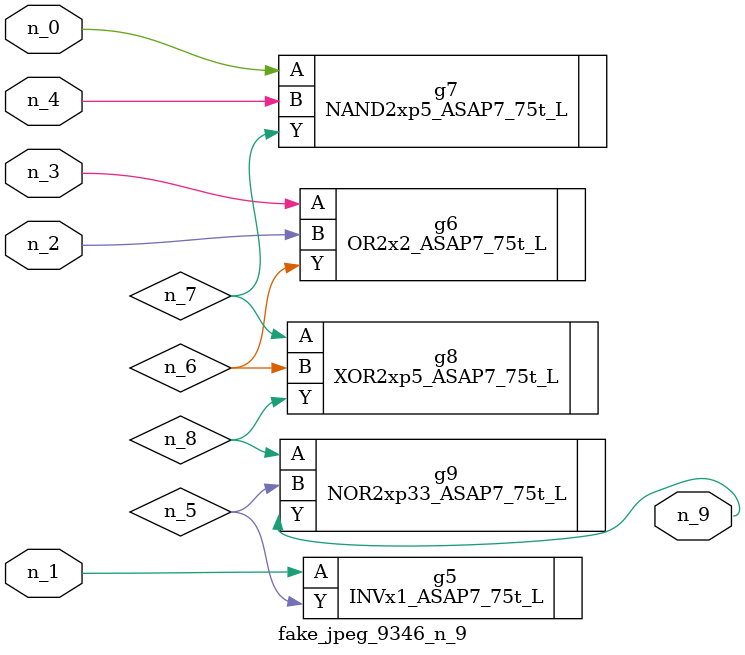
<source format=v>
module fake_jpeg_9346_n_9 (n_3, n_2, n_1, n_0, n_4, n_9);

input n_3;
input n_2;
input n_1;
input n_0;
input n_4;

output n_9;

wire n_8;
wire n_6;
wire n_5;
wire n_7;

INVx1_ASAP7_75t_L g5 ( 
.A(n_1),
.Y(n_5)
);

OR2x2_ASAP7_75t_L g6 ( 
.A(n_3),
.B(n_2),
.Y(n_6)
);

NAND2xp5_ASAP7_75t_L g7 ( 
.A(n_0),
.B(n_4),
.Y(n_7)
);

XOR2xp5_ASAP7_75t_L g8 ( 
.A(n_7),
.B(n_6),
.Y(n_8)
);

NOR2xp33_ASAP7_75t_L g9 ( 
.A(n_8),
.B(n_5),
.Y(n_9)
);


endmodule
</source>
